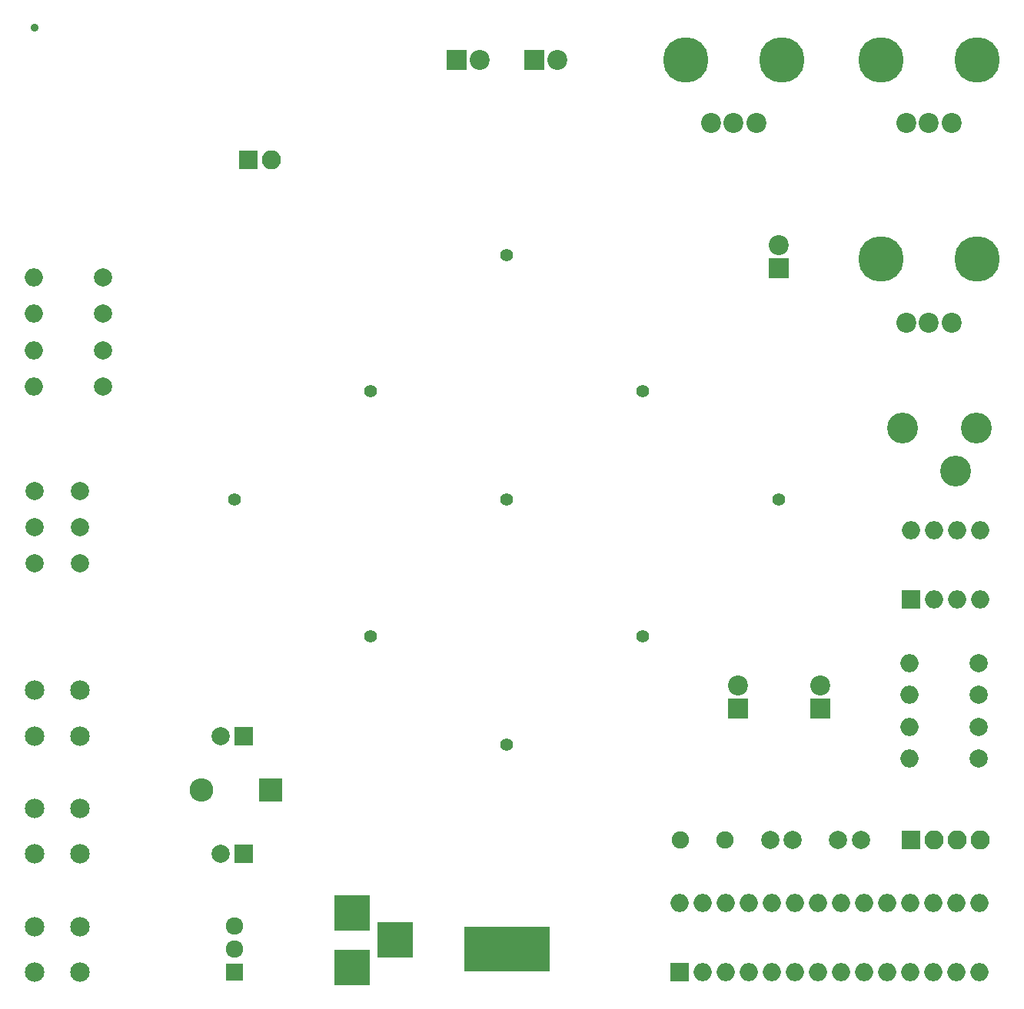
<source format=gbr>
G04 #@! TF.FileFunction,Soldermask,Bot*
%FSLAX46Y46*%
G04 Gerber Fmt 4.6, Leading zero omitted, Abs format (unit mm)*
G04 Created by KiCad (PCBNEW 4.0.6) date 12/17/17 22:53:38*
%MOMM*%
%LPD*%
G01*
G04 APERTURE LIST*
%ADD10C,0.100000*%
%ADD11R,2.200000X2.200000*%
%ADD12C,2.200000*%
%ADD13C,1.400000*%
%ADD14C,2.000000*%
%ADD15R,4.900000X4.900000*%
%ADD16C,0.900000*%
%ADD17R,2.000000X2.000000*%
%ADD18O,2.000000X2.000000*%
%ADD19R,2.100000X2.100000*%
%ADD20O,2.100000X2.100000*%
%ADD21C,2.150000*%
%ADD22R,3.900000X3.900000*%
%ADD23R,2.600000X2.600000*%
%ADD24O,2.600000X2.600000*%
%ADD25C,5.000000*%
%ADD26C,3.400000*%
%ADD27C,1.924000*%
%ADD28R,1.924000X1.924000*%
%ADD29C,1.900000*%
G04 APERTURE END LIST*
D10*
D11*
X103000000Y-51500000D03*
D12*
X105540000Y-51500000D03*
D13*
X100000000Y-73000000D03*
X85000000Y-88000000D03*
X115000000Y-88000000D03*
X70000000Y-100000000D03*
X100000000Y-100000000D03*
X130000000Y-100000000D03*
X85000000Y-115000000D03*
X115000000Y-115000000D03*
X100000000Y-127000000D03*
D14*
X136500000Y-137500000D03*
X139000000Y-137500000D03*
X129000000Y-137500000D03*
X131500000Y-137500000D03*
D15*
X102250000Y-149500000D03*
X97750000Y-149500000D03*
D16*
X48000000Y-48000000D03*
D17*
X119000000Y-152000000D03*
D18*
X152020000Y-144380000D03*
X121540000Y-152000000D03*
X149480000Y-144380000D03*
X124080000Y-152000000D03*
X146940000Y-144380000D03*
X126620000Y-152000000D03*
X144400000Y-144380000D03*
X129160000Y-152000000D03*
X141860000Y-144380000D03*
X131700000Y-152000000D03*
X139320000Y-144380000D03*
X134240000Y-152000000D03*
X136780000Y-144380000D03*
X136780000Y-152000000D03*
X134240000Y-144380000D03*
X139320000Y-152000000D03*
X131700000Y-144380000D03*
X141860000Y-152000000D03*
X129160000Y-144380000D03*
X144400000Y-152000000D03*
X126620000Y-144380000D03*
X146940000Y-152000000D03*
X124080000Y-144380000D03*
X149480000Y-152000000D03*
X121540000Y-144380000D03*
X152020000Y-152000000D03*
X119000000Y-144380000D03*
D19*
X144500000Y-137500000D03*
D20*
X147040000Y-137500000D03*
X149580000Y-137500000D03*
X152120000Y-137500000D03*
D17*
X144500000Y-111000000D03*
D18*
X152120000Y-103380000D03*
X147040000Y-111000000D03*
X149580000Y-103380000D03*
X149580000Y-111000000D03*
X147040000Y-103380000D03*
X152120000Y-111000000D03*
X144500000Y-103380000D03*
D21*
X53000000Y-121000000D03*
X53000000Y-126000000D03*
X48000000Y-126000000D03*
X48000000Y-121000000D03*
X53000000Y-134000000D03*
X53000000Y-139000000D03*
X48000000Y-139000000D03*
X48000000Y-134000000D03*
X53000000Y-147000000D03*
X53000000Y-152000000D03*
X48000000Y-152000000D03*
X48000000Y-147000000D03*
D22*
X83000000Y-145500000D03*
X83000000Y-151500000D03*
X87700000Y-148500000D03*
D23*
X74000000Y-132000000D03*
D24*
X66380000Y-132000000D03*
D12*
X122500000Y-58500000D03*
X125000000Y-58500000D03*
X127500000Y-58500000D03*
D25*
X130300000Y-51500000D03*
X119700000Y-51500000D03*
D12*
X144000000Y-58500000D03*
X146500000Y-58500000D03*
X149000000Y-58500000D03*
D25*
X151800000Y-51500000D03*
X141200000Y-51500000D03*
D12*
X144000000Y-80500000D03*
X146500000Y-80500000D03*
X149000000Y-80500000D03*
D25*
X151800000Y-73500000D03*
X141200000Y-73500000D03*
D26*
X151700000Y-92100000D03*
X143600000Y-92100000D03*
X149400000Y-96800000D03*
D27*
X70000000Y-149460000D03*
X70000000Y-146920000D03*
D28*
X70000000Y-152000000D03*
D11*
X134500000Y-123000000D03*
D12*
X134500000Y-120460000D03*
D29*
X124000000Y-137500000D03*
X119120000Y-137500000D03*
D14*
X152000000Y-128500000D03*
D18*
X144380000Y-128500000D03*
D14*
X152000000Y-125000000D03*
D18*
X144380000Y-125000000D03*
D14*
X152000000Y-121500000D03*
D18*
X144380000Y-121500000D03*
D14*
X152000000Y-118000000D03*
D18*
X144380000Y-118000000D03*
D14*
X55500000Y-83500000D03*
D18*
X47880000Y-83500000D03*
D14*
X55500000Y-87500000D03*
D18*
X47880000Y-87500000D03*
D14*
X55500000Y-79500000D03*
D18*
X47880000Y-79500000D03*
D14*
X55500000Y-75500000D03*
D18*
X47880000Y-75500000D03*
D14*
X48000000Y-99000000D03*
X53000000Y-99000000D03*
X53000000Y-103000000D03*
X48000000Y-103000000D03*
X53000000Y-107000000D03*
X48000000Y-107000000D03*
D11*
X125500000Y-123000000D03*
D12*
X125500000Y-120460000D03*
D11*
X130000000Y-74500000D03*
D12*
X130000000Y-71960000D03*
D11*
X94500000Y-51500000D03*
D12*
X97040000Y-51500000D03*
D17*
X71000000Y-126000000D03*
D14*
X68500000Y-126000000D03*
D17*
X71000000Y-139000000D03*
D14*
X68500000Y-139000000D03*
D19*
X71500000Y-62500000D03*
D20*
X74040000Y-62500000D03*
M02*

</source>
